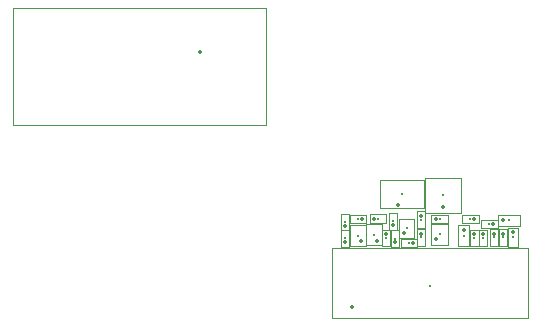
<source format=gbr>
%TF.GenerationSoftware,KiCad,Pcbnew,(7.0.0)*%
%TF.CreationDate,2023-09-06T14:04:53-04:00*%
%TF.ProjectId,headstage-neuropix1e,68656164-7374-4616-9765-2d6e6575726f,B*%
%TF.SameCoordinates,Original*%
%TF.FileFunction,Component,L1,Top*%
%TF.FilePolarity,Positive*%
%FSLAX46Y46*%
G04 Gerber Fmt 4.6, Leading zero omitted, Abs format (unit mm)*
G04 Created by KiCad (PCBNEW (7.0.0)) date 2023-09-06 14:04:53*
%MOMM*%
%LPD*%
G01*
G04 APERTURE LIST*
%TA.AperFunction,ComponentMain*%
%ADD10C,0.300000*%
%TD*%
%TA.AperFunction,ComponentOutline,Courtyard*%
%ADD11C,0.100000*%
%TD*%
%TA.AperFunction,ComponentPin*%
%ADD12P,0.360000X4X0.000000*%
%TD*%
%TA.AperFunction,ComponentPin*%
%ADD13C,0.000000*%
%TD*%
G04 APERTURE END LIST*
D10*
%TO.C,"R1"*%
%TO.CFtp,"R_0201_0603Metric"*%
%TO.CVal,"1k"*%
%TO.CLbN,"Resistor_SMD"*%
%TO.CMnt,SMD*%
%TO.CRot,0*%
X138180000Y-90560000D03*
D11*
X138879999Y-90909999D02*
X137480001Y-90909999D01*
X137480001Y-90210001D01*
X138879999Y-90210001D01*
X138879999Y-90909999D01*
D12*
%TO.P,"R1","1"*%
X137860000Y-90560000D03*
D13*
%TO.P,"R1","2"*%
X138500000Y-90560000D03*
%TD*%
D10*
%TO.C,"C19"*%
%TO.CFtp,"C_0201_0603Metric"*%
%TO.CVal,"10nF"*%
%TO.CLbN,"Capacitor_SMD"*%
%TO.CMnt,SMD*%
%TO.CRot,-90*%
X146350000Y-92200000D03*
D11*
X146699999Y-92899999D02*
X146000001Y-92899999D01*
X146000001Y-91500001D01*
X146699999Y-91500001D01*
X146699999Y-92899999D01*
D12*
%TO.P,"C19","1"*%
X146350000Y-91880000D03*
D13*
%TO.P,"C19","2"*%
X146350000Y-92520000D03*
%TD*%
D10*
%TO.C,"J5"*%
%TO.CFtp,"MOLEX_5050700622"*%
%TO.CVal,"5050700622"*%
%TO.CLbN,"jonnew"*%
%TO.CMnt,SMD*%
%TO.CRot,0*%
X140200000Y-88500000D03*
D11*
X142049999Y-89699999D02*
X138350001Y-89699999D01*
X138350001Y-87300001D01*
X142049999Y-87300001D01*
X142049999Y-89699999D01*
D12*
%TO.P,"J5","1","Pin_1"*%
X139850000Y-89410000D03*
D13*
%TO.P,"J5","2","Pin_2"*%
X139850000Y-87590000D03*
%TO.P,"J5","3","Pin_3"*%
X140200000Y-89410000D03*
%TO.P,"J5","4","Pin_4"*%
X140200000Y-87590000D03*
%TO.P,"J5","5","Pin_5"*%
X140550000Y-89410000D03*
%TO.P,"J5","6","Pin_6"*%
X140550000Y-87590000D03*
%TO.P,"J5","MP1","MountPin1"*%
X139475000Y-89265000D03*
%TO.P,"J5","MP2","MountPin2"*%
X139475000Y-87735000D03*
%TO.P,"J5","MP3","MountPin3"*%
X140925000Y-89265000D03*
%TO.P,"J5","MP4","MountPin4"*%
X140925000Y-87735000D03*
%TD*%
D10*
%TO.C,"J1"*%
%TO.CFtp,"HIROSE_X.FL-R-SMT-1"*%
%TO.CVal,"X.FL-R-SMT-1(02)"*%
%TO.CLbN,"jonnew"*%
%TO.CMnt,SMD*%
%TO.CRot,0*%
X143700000Y-88600000D03*
D11*
X145199999Y-90099999D02*
X142200001Y-90099999D01*
X142200001Y-87100001D01*
X145199999Y-87100001D01*
X145199999Y-90099999D01*
D12*
%TO.P,"J1","1","In"*%
X143700000Y-89575000D03*
D13*
%TO.P,"J1","2","Ext"*%
X142700000Y-88600000D03*
X143700000Y-87575000D03*
X144700000Y-88600000D03*
%TD*%
D10*
%TO.C,"R15"*%
%TO.CFtp,"R_0201_0603Metric"*%
%TO.CVal,"49.9"*%
%TO.CLbN,"Resistor_SMD"*%
%TO.CMnt,SMD*%
%TO.CRot,90*%
X139430000Y-90790000D03*
D11*
X139779999Y-91489999D02*
X139080001Y-91489999D01*
X139080001Y-90090001D01*
X139779999Y-90090001D01*
X139779999Y-91489999D01*
D12*
%TO.P,"R15","1"*%
X139430000Y-91110000D03*
D13*
%TO.P,"R15","2"*%
X139430000Y-90470000D03*
%TD*%
D10*
%TO.C,"R12"*%
%TO.CFtp,"R_0201_0603Metric"*%
%TO.CVal,"1k"*%
%TO.CLbN,"Resistor_SMD"*%
%TO.CMnt,SMD*%
%TO.CRot,-90*%
X141850000Y-90650000D03*
D11*
X142199999Y-91349999D02*
X141500001Y-91349999D01*
X141500001Y-89950001D01*
X142199999Y-89950001D01*
X142199999Y-91349999D01*
D12*
%TO.P,"R12","1"*%
X141850000Y-90330000D03*
D13*
%TO.P,"R12","2"*%
X141850000Y-90970000D03*
%TD*%
D10*
%TO.C,"C21"*%
%TO.CFtp,"C_0402_1005Metric"*%
%TO.CVal,"10uF"*%
%TO.CLbN,"Capacitor_SMD"*%
%TO.CMnt,SMD*%
%TO.CRot,-90*%
X145450000Y-92000000D03*
D11*
X145909999Y-92909999D02*
X144990001Y-92909999D01*
X144990001Y-91090001D01*
X145909999Y-91090001D01*
X145909999Y-92909999D01*
D12*
%TO.P,"C21","1"*%
X145450000Y-91520000D03*
D13*
%TO.P,"C21","2"*%
X145450000Y-92480000D03*
%TD*%
D10*
%TO.C,"U2"*%
%TO.CFtp,"ANALOG_CB-6-2_BGA-6_2x3_1.0x1.45mm"*%
%TO.CVal,"ADP220ACBZ-1812R7"*%
%TO.CLbN,"oe_common"*%
%TO.CMnt,SMD*%
%TO.CRot,180*%
X137840000Y-91920000D03*
D11*
X138489999Y-92819999D02*
X137190001Y-92819999D01*
X137190001Y-91020001D01*
X138489999Y-91020001D01*
X138489999Y-92819999D01*
D12*
%TO.P,"U2","A1","EN1"*%
X138090000Y-92420000D03*
D13*
%TO.P,"U2","A2","VOUT1"*%
X137590000Y-92420000D03*
%TO.P,"U2","B1","GND"*%
X138090000Y-91920000D03*
%TO.P,"U2","B2","VIN"*%
X137590000Y-91920000D03*
%TO.P,"U2","C1","EN2"*%
X138090000Y-91420000D03*
%TO.P,"U2","C2","VOUT2"*%
X137590000Y-91420000D03*
%TD*%
D10*
%TO.C,"C10"*%
%TO.CFtp,"C_0201_0603Metric"*%
%TO.CVal,"1uF"*%
%TO.CLbN,"Capacitor_SMD"*%
%TO.CMnt,SMD*%
%TO.CRot,90*%
X135400000Y-90845000D03*
D11*
X135749999Y-91544999D02*
X135050001Y-91544999D01*
X135050001Y-90145001D01*
X135749999Y-90145001D01*
X135749999Y-91544999D01*
D12*
%TO.P,"C10","1"*%
X135400000Y-91165000D03*
D13*
%TO.P,"C10","2"*%
X135400000Y-90525000D03*
%TD*%
D10*
%TO.C,"U6"*%
%TO.CFtp,"ANALOG_N60T1+1_WLP6-1.24x0.84x0.5"*%
%TO.CVal,"MAX40111ANT"*%
%TO.CLbN,"oe_common"*%
%TO.CMnt,SMD*%
%TO.CRot,90*%
X140600000Y-91400000D03*
D11*
X141199999Y-92199999D02*
X140000001Y-92199999D01*
X140000001Y-90600001D01*
X141199999Y-90600001D01*
X141199999Y-92199999D01*
D12*
%TO.P,"U6","A1","V+"*%
X140400000Y-91800000D03*
D13*
%TO.P,"U6","A2","~{SHDN}"*%
X140400000Y-91400000D03*
%TO.P,"U6","A3"*%
X140400000Y-91000000D03*
%TO.P,"U6","B1","+"*%
X140800000Y-91800000D03*
%TO.P,"U6","B2","V-"*%
X140800000Y-91400000D03*
%TO.P,"U6","B3","-"*%
X140800000Y-91000000D03*
%TD*%
D10*
%TO.C,"U4"*%
%TO.CFtp,"Texas_X2SON-4_1x1mm_P0.65mm"*%
%TO.CVal,"TPS3839E16DQNT "*%
%TO.CLbN,"Package_SON"*%
%TO.CMnt,SMD*%
%TO.CRot,90*%
X143400000Y-91900000D03*
D11*
X144149999Y-92809999D02*
X142650001Y-92809999D01*
X142650001Y-90990001D01*
X144149999Y-90990001D01*
X144149999Y-92809999D01*
D12*
%TO.P,"U4","1","~{RESET}"*%
X143075000Y-92330000D03*
D13*
%TO.P,"U4","2","NC"*%
X143725000Y-92330000D03*
%TO.P,"U4","3","GND"*%
X143725000Y-91470000D03*
%TO.P,"U4","4","VDD"*%
X143075000Y-91470000D03*
%TO.P,"U4","5","TP"*%
X143400000Y-91900000D03*
%TD*%
D10*
%TO.C,"C23"*%
%TO.CFtp,"C_0201_0603Metric"*%
%TO.CVal,"0.1uF"*%
%TO.CLbN,"Capacitor_SMD"*%
%TO.CMnt,SMD*%
%TO.CRot,-90*%
X148750000Y-92150000D03*
D11*
X149099999Y-92849999D02*
X148400001Y-92849999D01*
X148400001Y-91450001D01*
X149099999Y-91450001D01*
X149099999Y-92849999D01*
D12*
%TO.P,"C23","1"*%
X148750000Y-91830000D03*
D13*
%TO.P,"C23","2"*%
X148750000Y-92470000D03*
%TD*%
D10*
%TO.C,"R5"*%
%TO.CFtp,"R_0201_0603Metric"*%
%TO.CVal,"7.15k"*%
%TO.CLbN,"Resistor_SMD"*%
%TO.CMnt,SMD*%
%TO.CRot,90*%
X135400000Y-92245000D03*
D11*
X135749999Y-92944999D02*
X135050001Y-92944999D01*
X135050001Y-91545001D01*
X135749999Y-91545001D01*
X135749999Y-92944999D01*
D12*
%TO.P,"R5","1"*%
X135400000Y-92565000D03*
D13*
%TO.P,"R5","2"*%
X135400000Y-91925000D03*
%TD*%
D10*
%TO.C,"C20"*%
%TO.CFtp,"C_0201_0603Metric"*%
%TO.CVal,"0.1uF"*%
%TO.CLbN,"Capacitor_SMD"*%
%TO.CMnt,SMD*%
%TO.CRot,-90*%
X147050000Y-92200000D03*
D11*
X147399999Y-92899999D02*
X146700001Y-92899999D01*
X146700001Y-91500001D01*
X147399999Y-91500001D01*
X147399999Y-92899999D01*
D12*
%TO.P,"C20","1"*%
X147050000Y-91880000D03*
D13*
%TO.P,"C20","2"*%
X147050000Y-92520000D03*
%TD*%
D10*
%TO.C,"R11"*%
%TO.CFtp,"R_0201_0603Metric"*%
%TO.CVal,"1k"*%
%TO.CLbN,"Resistor_SMD"*%
%TO.CMnt,SMD*%
%TO.CRot,180*%
X140800000Y-92600000D03*
D11*
X141499999Y-92949999D02*
X140100001Y-92949999D01*
X140100001Y-92250001D01*
X141499999Y-92250001D01*
X141499999Y-92949999D01*
D12*
%TO.P,"R11","1"*%
X141120000Y-92600000D03*
D13*
%TO.P,"R11","2"*%
X140480000Y-92600000D03*
%TD*%
D10*
%TO.C,"C28"*%
%TO.CFtp,"C_0201_0603Metric"*%
%TO.CVal,"0.1uF"*%
%TO.CLbN,"Capacitor_SMD"*%
%TO.CMnt,SMD*%
%TO.CRot,90*%
X139650000Y-92250000D03*
D11*
X139999999Y-92949999D02*
X139300001Y-92949999D01*
X139300001Y-91550001D01*
X139999999Y-91550001D01*
X139999999Y-92949999D01*
D12*
%TO.P,"C28","1"*%
X139650000Y-92570000D03*
D13*
%TO.P,"C28","2"*%
X139650000Y-91930000D03*
%TD*%
D10*
%TO.C,"R14"*%
%TO.CFtp,"R_0201_0603Metric"*%
%TO.CVal,"10k"*%
%TO.CLbN,"Resistor_SMD"*%
%TO.CMnt,SMD*%
%TO.CRot,-90*%
X138840000Y-92200000D03*
D11*
X139189999Y-92899999D02*
X138490001Y-92899999D01*
X138490001Y-91500001D01*
X139189999Y-91500001D01*
X139189999Y-92899999D01*
D12*
%TO.P,"R14","1"*%
X138840000Y-91880000D03*
D13*
%TO.P,"R14","2"*%
X138840000Y-92520000D03*
%TD*%
D10*
%TO.C,"U3"*%
%TO.CFtp,"ANALOG_CB-6-2_BGA-6_2x3_1.0x1.45mm"*%
%TO.CVal,"ADP220ACBZ-1812R7"*%
%TO.CLbN,"oe_common"*%
%TO.CMnt,SMD*%
%TO.CRot,180*%
X136490000Y-92000000D03*
D11*
X137139999Y-92899999D02*
X135840001Y-92899999D01*
X135840001Y-91100001D01*
X137139999Y-91100001D01*
X137139999Y-92899999D01*
D12*
%TO.P,"U3","A1","EN1"*%
X136740000Y-92500000D03*
D13*
%TO.P,"U3","A2","VOUT1"*%
X136240000Y-92500000D03*
%TO.P,"U3","B1","GND"*%
X136740000Y-92000000D03*
%TO.P,"U3","B2","VIN"*%
X136240000Y-92000000D03*
%TO.P,"U3","C1","EN2"*%
X136740000Y-91500000D03*
%TO.P,"U3","C2","VOUT2"*%
X136240000Y-91500000D03*
%TD*%
D10*
%TO.C,"L4"*%
%TO.CFtp,"L_0201_0603Metric"*%
%TO.CVal,"BLF03RD501GZED"*%
%TO.CLbN,"Inductor_SMD"*%
%TO.CMnt,SMD*%
%TO.CRot,180*%
X147600000Y-91000000D03*
D11*
X148299999Y-91349999D02*
X146900001Y-91349999D01*
X146900001Y-90650001D01*
X148299999Y-90650001D01*
X148299999Y-91349999D01*
D12*
%TO.P,"L4","1","1"*%
X147920000Y-91000000D03*
D13*
%TO.P,"L4","2","2"*%
X147280000Y-91000000D03*
%TD*%
D10*
%TO.C,"C22"*%
%TO.CFtp,"C_0201_0603Metric"*%
%TO.CVal,"10nF"*%
%TO.CLbN,"Capacitor_SMD"*%
%TO.CMnt,SMD*%
%TO.CRot,-90*%
X148000000Y-92150000D03*
D11*
X148349999Y-92849999D02*
X147650001Y-92849999D01*
X147650001Y-91450001D01*
X148349999Y-91450001D01*
X148349999Y-92849999D01*
D12*
%TO.P,"C22","1"*%
X148000000Y-91830000D03*
D13*
%TO.P,"C22","2"*%
X148000000Y-92470000D03*
%TD*%
D10*
%TO.C,"C7"*%
%TO.CFtp,"C_0201_0603Metric"*%
%TO.CVal,"0.1uF"*%
%TO.CLbN,"Capacitor_SMD"*%
%TO.CMnt,SMD*%
%TO.CRot,0*%
X143400000Y-90600000D03*
D11*
X144099999Y-90949999D02*
X142700001Y-90949999D01*
X142700001Y-90250001D01*
X144099999Y-90250001D01*
X144099999Y-90949999D01*
D12*
%TO.P,"C7","1"*%
X143080000Y-90600000D03*
D13*
%TO.P,"C7","2"*%
X143720000Y-90600000D03*
%TD*%
D10*
%TO.C,"J2"*%
%TO.CFtp,"HIROSE_FH23-45S-0.3SHW(05)"*%
%TO.CVal,"FH23-45S-0.3SHW(05)"*%
%TO.CLbN,"oe_common"*%
%TO.CMnt,SMD*%
%TO.CRot,0*%
X142600000Y-96250000D03*
D11*
X150899999Y-98949999D02*
X134300001Y-98949999D01*
X134300001Y-93050001D01*
X150899999Y-93050001D01*
X150899999Y-98949999D01*
D12*
%TO.P,"J2","1","Pin_1"*%
X136000000Y-98025000D03*
D13*
%TO.P,"J2","2","Pin_2"*%
X136300000Y-93600000D03*
%TO.P,"J2","3","Pin_3"*%
X136600000Y-98025000D03*
%TO.P,"J2","4","Pin_4"*%
X136900000Y-93600000D03*
%TO.P,"J2","5","Pin_5"*%
X137200000Y-98025000D03*
%TO.P,"J2","6","Pin_6"*%
X137500000Y-93600000D03*
%TO.P,"J2","7","Pin_7"*%
X137800000Y-98025000D03*
%TO.P,"J2","8","Pin_8"*%
X138100000Y-93600000D03*
%TO.P,"J2","9","Pin_9"*%
X138400000Y-98025000D03*
%TO.P,"J2","10","Pin_10"*%
X138700000Y-93600000D03*
%TO.P,"J2","11","Pin_11"*%
X139000000Y-98025000D03*
%TO.P,"J2","12","Pin_12"*%
X139300000Y-93600000D03*
%TO.P,"J2","13","Pin_13"*%
X139600000Y-98025000D03*
%TO.P,"J2","14","Pin_14"*%
X139900000Y-93600000D03*
%TO.P,"J2","15","Pin_15"*%
X140200000Y-98025000D03*
%TO.P,"J2","16","Pin_16"*%
X140500000Y-93600000D03*
%TO.P,"J2","17","Pin_17"*%
X140800000Y-98025000D03*
%TO.P,"J2","18","Pin_18"*%
X141100000Y-93600000D03*
%TO.P,"J2","19","Pin_19"*%
X141400000Y-98025000D03*
%TO.P,"J2","20","Pin_20"*%
X141700000Y-93600000D03*
%TO.P,"J2","21","Pin_21"*%
X142000000Y-98025000D03*
%TO.P,"J2","22","Pin_22"*%
X142300000Y-93600000D03*
%TO.P,"J2","23","Pin_23"*%
X142600000Y-98025000D03*
%TO.P,"J2","24","Pin_24"*%
X142900000Y-93600000D03*
%TO.P,"J2","25","Pin_25"*%
X143200000Y-98025000D03*
%TO.P,"J2","26","Pin_26"*%
X143500000Y-93600000D03*
%TO.P,"J2","27","Pin_27"*%
X143800000Y-98025000D03*
%TO.P,"J2","28","Pin_28"*%
X144100000Y-93600000D03*
%TO.P,"J2","29","Pin_29"*%
X144400000Y-98025000D03*
%TO.P,"J2","30","Pin_30"*%
X144700000Y-93600000D03*
%TO.P,"J2","31","Pin_31"*%
X145000000Y-98025000D03*
%TO.P,"J2","32","Pin_32"*%
X145300000Y-93600000D03*
%TO.P,"J2","33","Pin_33"*%
X145600000Y-98025000D03*
%TO.P,"J2","34","Pin_34"*%
X145900000Y-93600000D03*
%TO.P,"J2","35","Pin_35"*%
X146200000Y-98025000D03*
%TO.P,"J2","36","Pin_36"*%
X146500000Y-93600000D03*
%TO.P,"J2","37","Pin_37"*%
X146800000Y-98025000D03*
%TO.P,"J2","38","Pin_38"*%
X147100000Y-93600000D03*
%TO.P,"J2","39","Pin_39"*%
X147400000Y-98025000D03*
%TO.P,"J2","40","Pin_40"*%
X147700000Y-93600000D03*
%TO.P,"J2","41","Pin_41"*%
X148000000Y-98025000D03*
%TO.P,"J2","42","Pin_42"*%
X148300000Y-93600000D03*
%TO.P,"J2","43","Pin_43"*%
X148600000Y-98025000D03*
%TO.P,"J2","44","Pin_44"*%
X148900000Y-93600000D03*
%TO.P,"J2","45","Pin_45"*%
X149200000Y-98025000D03*
%TD*%
D10*
%TO.C,"C24"*%
%TO.CFtp,"C_0402_1005Metric"*%
%TO.CVal,"10uF"*%
%TO.CLbN,"Capacitor_SMD"*%
%TO.CMnt,SMD*%
%TO.CRot,0*%
X149280000Y-90710000D03*
D11*
X150189999Y-91169999D02*
X148370001Y-91169999D01*
X148370001Y-90250001D01*
X150189999Y-90250001D01*
X150189999Y-91169999D01*
D12*
%TO.P,"C24","1"*%
X148800000Y-90710000D03*
D13*
%TO.P,"C24","2"*%
X149760000Y-90710000D03*
%TD*%
D10*
%TO.C,"R10"*%
%TO.CFtp,"R_0201_0603Metric"*%
%TO.CVal,"49.9"*%
%TO.CLbN,"Resistor_SMD"*%
%TO.CMnt,SMD*%
%TO.CRot,180*%
X146000000Y-90600000D03*
D11*
X146699999Y-90949999D02*
X145300001Y-90949999D01*
X145300001Y-90250001D01*
X146699999Y-90250001D01*
X146699999Y-90949999D01*
D12*
%TO.P,"R10","1"*%
X146320000Y-90600000D03*
D13*
%TO.P,"R10","2"*%
X145680000Y-90600000D03*
%TD*%
D10*
%TO.C,"J3"*%
%TO.CFtp,"IDC-Header_2x05_P2.54mm_Vertical"*%
%TO.CVal,"SBH11-PBPC-D05-ST-BK"*%
%TO.CLbN,"Connector_IDC"*%
%TO.CMnt,TH*%
%TO.CRot,-90*%
X123080000Y-76447500D03*
D11*
X128679999Y-82667499D02*
X107320001Y-82667499D01*
X107320001Y-72767501D01*
X128679999Y-72767501D01*
X128679999Y-82667499D01*
D12*
%TO.P,"J3","1","Pin_1"*%
X123080000Y-76447500D03*
D13*
%TO.P,"J3","2","Pin_2"*%
X123080000Y-78987500D03*
%TO.P,"J3","3","Pin_3"*%
X120540000Y-76447500D03*
%TO.P,"J3","4","Pin_4"*%
X120540000Y-78987500D03*
%TO.P,"J3","5","Pin_5"*%
X118000000Y-76447500D03*
%TO.P,"J3","6","Pin_6"*%
X118000000Y-78987500D03*
%TO.P,"J3","7","Pin_7"*%
X115460000Y-76447500D03*
%TO.P,"J3","8","Pin_8"*%
X115460000Y-78987500D03*
%TO.P,"J3","9","Pin_9"*%
X112920000Y-76447500D03*
%TO.P,"J3","10","Pin_10"*%
X112920000Y-78987500D03*
%TD*%
D10*
%TO.C,"R13"*%
%TO.CFtp,"R_0201_0603Metric"*%
%TO.CVal,"1k"*%
%TO.CLbN,"Resistor_SMD"*%
%TO.CMnt,SMD*%
%TO.CRot,-90*%
X141850000Y-92150000D03*
D11*
X142199999Y-92849999D02*
X141500001Y-92849999D01*
X141500001Y-91450001D01*
X142199999Y-91450001D01*
X142199999Y-92849999D01*
D12*
%TO.P,"R13","1"*%
X141850000Y-91830000D03*
D13*
%TO.P,"R13","2"*%
X141850000Y-92470000D03*
%TD*%
D10*
%TO.C,"R2"*%
%TO.CFtp,"R_0201_0603Metric"*%
%TO.CVal,"1k"*%
%TO.CLbN,"Resistor_SMD"*%
%TO.CMnt,SMD*%
%TO.CRot,180*%
X136480000Y-90620000D03*
D11*
X137179999Y-90969999D02*
X135780001Y-90969999D01*
X135780001Y-90270001D01*
X137179999Y-90270001D01*
X137179999Y-90969999D01*
D12*
%TO.P,"R2","1"*%
X136800000Y-90620000D03*
D13*
%TO.P,"R2","2"*%
X136160000Y-90620000D03*
%TD*%
D10*
%TO.C,"D1"*%
%TO.CFtp,"ROHM_SML-P11MTT86R"*%
%TO.CVal,"SML-P11UTT86R"*%
%TO.CLbN,"jonnew"*%
%TO.CMnt,SMD*%
%TO.CRot,-90*%
X149600000Y-92150000D03*
D11*
X149999999Y-92949999D02*
X149200001Y-92949999D01*
X149200001Y-91350001D01*
X149999999Y-91350001D01*
X149999999Y-92949999D01*
D12*
%TO.P,"D1","1","K"*%
X149600000Y-91700000D03*
D13*
%TO.P,"D1","2","A"*%
X149600000Y-92600000D03*
%TD*%
M02*

</source>
